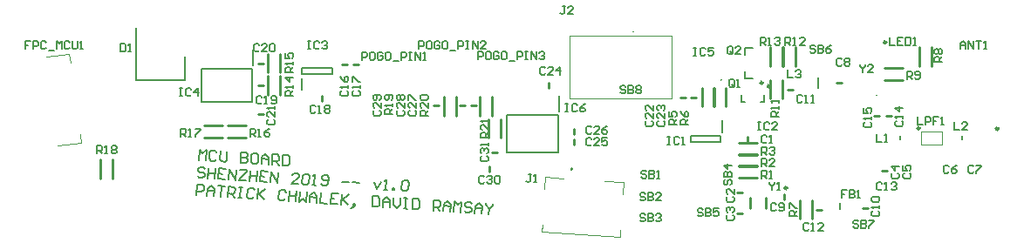
<source format=gto>
G04*
G04 #@! TF.GenerationSoftware,Altium Limited,Altium Designer,19.1.5 (86)*
G04*
G04 Layer_Color=65535*
%FSAX24Y24*%
%MOIN*%
G70*
G01*
G75*
%ADD10C,0.0039*%
%ADD11C,0.0118*%
%ADD12C,0.0098*%
%ADD13C,0.0079*%
%ADD14C,0.0100*%
%ADD15C,0.0080*%
%ADD16C,0.0060*%
D10*
X050172Y011324D02*
G03*
X050133Y011324I-000020J000000D01*
G01*
D02*
G03*
X050172Y011324I000020J000000D01*
G01*
X040862Y013739D02*
G03*
X040822Y013739I-000020J000000D01*
G01*
D02*
G03*
X040862Y013739I000020J000000D01*
G01*
X051850Y009450D02*
Y009942D01*
Y009450D02*
X052637D01*
X051850Y009950D02*
X052637D01*
X052650Y009458D02*
Y009950D01*
X037446Y007737D02*
X037475Y008189D01*
X038183Y008143D01*
X040431Y007541D02*
X040461Y007993D01*
X039754Y008040D02*
X040461Y007993D01*
X037339Y006107D02*
X037356Y006362D01*
X037339Y006107D02*
X040325Y005911D01*
X040341Y006166D01*
X019690Y009843D02*
X019734Y009511D01*
X018850Y009394D02*
X019734Y009511D01*
X019284Y012907D02*
X019328Y012575D01*
X018400Y012790D02*
X019284Y012907D01*
X042300Y011200D02*
Y013600D01*
X038400D02*
X042300D01*
X038400Y011200D02*
Y013600D01*
Y011200D02*
X042300D01*
D11*
X054787Y010045D02*
G03*
X054787Y010045I-000039J000000D01*
G01*
D12*
X050508Y013352D02*
G03*
X050508Y013352I-000049J000000D01*
G01*
X051787Y010064D02*
G03*
X051787Y010064I-000049J000000D01*
G01*
X046721Y007774D02*
G03*
X046721Y007774I-000049J000000D01*
G01*
X046059Y011674D02*
G03*
X046059Y011674I-000049J000000D01*
G01*
X045793Y011802D02*
G03*
X045793Y011802I-000049J000000D01*
G01*
D13*
X044211Y011914D02*
G03*
X044211Y011914I-000011J000000D01*
G01*
X038479Y008458D02*
G03*
X038485Y008537I000003J000039D01*
G01*
D02*
G03*
X038479Y008458I-000003J-000039D01*
G01*
X037994Y010716D02*
Y011297D01*
X036016Y010578D02*
X037984D01*
X036016Y009122D02*
Y010578D01*
Y009122D02*
X037984D01*
Y010578D01*
X047900Y011593D02*
Y012007D01*
X051050Y009641D02*
Y009759D01*
X053400Y009641D02*
Y009759D01*
X048750Y006982D02*
Y007218D01*
X044967Y011054D02*
X045105D01*
X044967D02*
Y011344D01*
X045695Y011054D02*
X045833D01*
Y011344D01*
X045094Y012865D02*
Y013125D01*
X045415D01*
X045094Y011975D02*
Y012235D01*
Y011975D02*
X045415D01*
X044176Y009532D02*
Y009768D01*
X043024Y009532D02*
X044176D01*
X043024D02*
Y009768D01*
X044176D01*
X044230Y009906D02*
Y010378D01*
X028159Y011531D02*
Y011984D01*
X028169Y012122D02*
X029331D01*
Y012378D01*
X028169D02*
X029331D01*
X028169Y012122D02*
Y012378D01*
X026265Y011070D02*
Y012330D01*
X024335Y011070D02*
X026265D01*
X024335D02*
Y012330D01*
X026265D01*
X026316Y012468D02*
Y013068D01*
X023703Y011907D02*
Y012813D01*
X021852Y011907D02*
X023703D01*
X021852D02*
Y013915D01*
D14*
X046064Y011196D02*
Y011904D01*
X046536Y011196D02*
Y011904D01*
X028950Y011100D02*
Y011300D01*
X051764Y012446D02*
Y013154D01*
X052236Y012446D02*
Y013154D01*
X050446Y011914D02*
X051154D01*
X050446Y012386D02*
X051154D01*
X050050Y010550D02*
X050250D01*
X050500D02*
X050700D01*
X050350Y008450D02*
X050550D01*
X049600Y007000D02*
X049800D01*
X047850Y006950D02*
X048050D01*
X047686Y006596D02*
Y007304D01*
X047214Y006596D02*
Y007304D01*
X045305Y007003D02*
Y007397D01*
X045895Y007003D02*
Y007397D01*
X046600Y007350D02*
Y007550D01*
X044800Y006800D02*
X045000D01*
X044800Y007600D02*
X045000D01*
X044876Y008636D02*
X045584D01*
X044876Y008164D02*
X045584D01*
X044876Y009065D02*
X045584D01*
X044876Y008593D02*
X045584D01*
X044876Y009494D02*
X045584D01*
X044876Y009021D02*
X045584D01*
X045200Y009550D02*
Y009750D01*
X046750Y011550D02*
X046950D01*
X047036Y012446D02*
Y013154D01*
X046564Y012446D02*
Y013154D01*
X046536Y012446D02*
Y013154D01*
X046064Y012446D02*
Y013154D01*
X043914Y010896D02*
Y011604D01*
X044386Y010896D02*
Y011604D01*
X043464Y010896D02*
Y011604D01*
X043936Y010896D02*
Y011604D01*
X043050Y011250D02*
X043250D01*
X042650D02*
X042850D01*
X038570Y009850D02*
Y010050D01*
X038570Y009450D02*
Y009650D01*
X035350Y008400D02*
Y008600D01*
X035450Y009150D02*
X035650D01*
X035314Y009696D02*
Y010404D01*
X035786Y009696D02*
Y010404D01*
X035436Y010546D02*
Y011254D01*
X034964Y010546D02*
Y011254D01*
X034650Y010926D02*
X034850D01*
X034200D02*
X034400D01*
X033614Y010546D02*
Y011254D01*
X034086Y010546D02*
Y011254D01*
X033200Y010950D02*
X033400D01*
X030150Y012500D02*
X030350D01*
X029700D02*
X029900D01*
X026864Y012196D02*
Y012904D01*
X027336Y012196D02*
Y012904D01*
X026500Y012550D02*
X026700D01*
X026500Y011700D02*
X026700D01*
X026500Y010600D02*
X026700D01*
X026864Y011346D02*
Y012054D01*
X027336Y011346D02*
Y012054D01*
X025346Y009714D02*
X026054D01*
X025346Y010186D02*
X026054D01*
X024446Y009714D02*
X025154D01*
X024446Y010186D02*
X025154D01*
X020464Y008146D02*
Y008854D01*
X020936Y008146D02*
Y008854D01*
X037600Y011600D02*
Y011800D01*
X048600Y011800D02*
X048800D01*
D15*
X024231Y008848D02*
X024257Y009248D01*
X024381Y009106D01*
X024523Y009230D01*
X024497Y008831D01*
X024918Y009138D02*
X024856Y009209D01*
X024723Y009217D01*
X024652Y009155D01*
X024634Y008889D01*
X024697Y008818D01*
X024830Y008809D01*
X024900Y008872D01*
X025055Y009196D02*
X025033Y008863D01*
X025096Y008792D01*
X025229Y008784D01*
X025299Y008846D01*
X025321Y009178D01*
X025853Y009144D02*
X025827Y008745D01*
X026027Y008732D01*
X026097Y008794D01*
X026102Y008860D01*
X026040Y008931D01*
X025840Y008944D01*
X026040Y008931D01*
X026110Y008993D01*
X026115Y009060D01*
X026053Y009131D01*
X025853Y009144D01*
X026452Y009105D02*
X026319Y009113D01*
X026248Y009051D01*
X026230Y008785D01*
X026293Y008714D01*
X026426Y008706D01*
X026497Y008768D01*
X026514Y009034D01*
X026452Y009105D01*
X026625Y008693D02*
X026643Y008959D01*
X026784Y009083D01*
X026909Y008941D01*
X026891Y008675D01*
X026904Y008875D01*
X026638Y008892D01*
X027024Y008667D02*
X027050Y009066D01*
X027250Y009053D01*
X027312Y008982D01*
X027303Y008849D01*
X027232Y008787D01*
X027033Y008800D01*
X027166Y008791D02*
X027290Y008649D01*
X027449Y009040D02*
X027423Y008641D01*
X027623Y008628D01*
X027694Y008690D01*
X027711Y008956D01*
X027649Y009027D01*
X027449Y009040D01*
X024475Y008493D02*
X024413Y008564D01*
X024280Y008573D01*
X024209Y008511D01*
X024205Y008444D01*
X024267Y008373D01*
X024400Y008365D01*
X024462Y008294D01*
X024458Y008227D01*
X024387Y008165D01*
X024254Y008174D01*
X024192Y008245D01*
X024612Y008551D02*
X024586Y008152D01*
X024599Y008352D01*
X024865Y008334D01*
X024878Y008534D01*
X024852Y008135D01*
X025277Y008508D02*
X025011Y008525D01*
X024985Y008126D01*
X025251Y008109D01*
X024998Y008326D02*
X025131Y008317D01*
X025384Y008100D02*
X025410Y008499D01*
X025650Y008083D01*
X025676Y008482D01*
X025809Y008473D02*
X026075Y008456D01*
X026071Y008389D01*
X025788Y008141D01*
X025783Y008074D01*
X026049Y008057D01*
X026208Y008447D02*
X026182Y008048D01*
X026195Y008248D01*
X026462Y008230D01*
X026474Y008430D01*
X026449Y008031D01*
X026874Y008404D02*
X026607Y008421D01*
X026582Y008022D01*
X026848Y008005D01*
X026595Y008222D02*
X026728Y008213D01*
X026981Y007996D02*
X027007Y008395D01*
X027247Y007979D01*
X027273Y008378D01*
X028045Y007927D02*
X027779Y007944D01*
X028062Y008193D01*
X028066Y008259D01*
X028004Y008330D01*
X027871Y008339D01*
X027800Y008277D01*
X028199Y008251D02*
X028270Y008313D01*
X028403Y008304D01*
X028465Y008233D01*
X028448Y007967D01*
X028377Y007905D01*
X028244Y007914D01*
X028182Y007985D01*
X028199Y008251D01*
X028577Y007892D02*
X028710Y007884D01*
X028643Y007888D01*
X028669Y008287D01*
X028598Y008225D01*
X028913Y007937D02*
X028976Y007866D01*
X029109Y007858D01*
X029180Y007920D01*
X029197Y008186D01*
X029135Y008257D01*
X029002Y008265D01*
X028931Y008203D01*
X028926Y008137D01*
X028989Y008066D01*
X029188Y008053D01*
X029720Y008018D02*
X029986Y008001D01*
X030119Y007992D02*
X030385Y007975D01*
X030922Y008007D02*
X031037Y007732D01*
X031188Y007989D01*
X031303Y007715D02*
X031436Y007706D01*
X031370Y007710D01*
X031396Y008109D01*
X031325Y008047D01*
X031636Y007693D02*
X031640Y007759D01*
X031707Y007755D01*
X031702Y007689D01*
X031636Y007693D01*
X031990Y008004D02*
X032061Y008066D01*
X032194Y008057D01*
X032256Y007986D01*
X032239Y007720D01*
X032168Y007658D01*
X032035Y007667D01*
X031973Y007738D01*
X031990Y008004D01*
X024144Y007508D02*
X024170Y007907D01*
X024369Y007894D01*
X024431Y007823D01*
X024423Y007690D01*
X024352Y007628D01*
X024152Y007641D01*
X024543Y007482D02*
X024560Y007748D01*
X024702Y007872D01*
X024826Y007730D01*
X024809Y007464D01*
X024822Y007664D01*
X024556Y007681D01*
X024968Y007855D02*
X025234Y007837D01*
X025101Y007846D01*
X025075Y007447D01*
X025341Y007430D02*
X025367Y007829D01*
X025566Y007816D01*
X025628Y007745D01*
X025620Y007612D01*
X025549Y007550D01*
X025349Y007563D01*
X025482Y007554D02*
X025607Y007412D01*
X025766Y007803D02*
X025899Y007794D01*
X025832Y007798D01*
X025806Y007399D01*
X025740Y007404D01*
X025873Y007395D01*
X026360Y007697D02*
X026298Y007768D01*
X026165Y007777D01*
X026094Y007715D01*
X026077Y007449D01*
X026139Y007378D01*
X026272Y007369D01*
X026343Y007431D01*
X026497Y007755D02*
X026471Y007356D01*
X026480Y007489D01*
X026763Y007738D01*
X026551Y007551D01*
X026737Y007339D01*
X027557Y007619D02*
X027495Y007690D01*
X027362Y007699D01*
X027291Y007637D01*
X027274Y007371D01*
X027336Y007300D01*
X027469Y007291D01*
X027540Y007353D01*
X027694Y007677D02*
X027668Y007278D01*
X027681Y007478D01*
X027947Y007460D01*
X027960Y007660D01*
X027934Y007261D01*
X028093Y007651D02*
X028067Y007252D01*
X028209Y007376D01*
X028333Y007235D01*
X028359Y007634D01*
X028466Y007226D02*
X028484Y007492D01*
X028625Y007616D01*
X028750Y007475D01*
X028732Y007209D01*
X028745Y007408D01*
X028479Y007426D01*
X028891Y007599D02*
X028865Y007200D01*
X029132Y007183D01*
X029557Y007556D02*
X029291Y007573D01*
X029265Y007174D01*
X029531Y007157D01*
X029278Y007374D02*
X029411Y007365D01*
X029690Y007547D02*
X029664Y007148D01*
X029672Y007281D01*
X029956Y007530D01*
X029743Y007343D01*
X029930Y007131D01*
X030125Y007051D02*
X030196Y007113D01*
X030200Y007180D01*
X030133Y007184D01*
X030129Y007118D01*
X030196Y007113D01*
X030125Y007051D01*
X030054Y006989D01*
X030887Y007469D02*
X030861Y007070D01*
X031060Y007057D01*
X031131Y007119D01*
X031148Y007385D01*
X031086Y007456D01*
X030887Y007469D01*
X031260Y007044D02*
X031277Y007310D01*
X031419Y007435D01*
X031543Y007293D01*
X031526Y007027D01*
X031539Y007226D01*
X031273Y007244D01*
X031685Y007417D02*
X031667Y007151D01*
X031792Y007009D01*
X031933Y007134D01*
X031951Y007400D01*
X032084Y007391D02*
X032217Y007383D01*
X032150Y007387D01*
X032124Y006988D01*
X032058Y006992D01*
X032191Y006984D01*
X032416Y007370D02*
X032390Y006971D01*
X032590Y006958D01*
X032661Y007020D01*
X032678Y007286D01*
X032616Y007357D01*
X032416Y007370D01*
X033188Y006919D02*
X033214Y007318D01*
X033414Y007305D01*
X033476Y007234D01*
X033467Y007101D01*
X033396Y007039D01*
X033197Y007052D01*
X033330Y007043D02*
X033454Y006901D01*
X033587Y006893D02*
X033605Y007159D01*
X033746Y007283D01*
X033871Y007141D01*
X033853Y006875D01*
X033866Y007075D01*
X033600Y007092D01*
X033986Y006867D02*
X034012Y007266D01*
X034137Y007124D01*
X034278Y007248D01*
X034252Y006849D01*
X034673Y007156D02*
X034611Y007227D01*
X034478Y007235D01*
X034407Y007173D01*
X034403Y007107D01*
X034465Y007036D01*
X034598Y007027D01*
X034660Y006956D01*
X034656Y006890D01*
X034585Y006828D01*
X034452Y006836D01*
X034390Y006907D01*
X034784Y006815D02*
X034802Y007081D01*
X034943Y007205D01*
X035068Y007063D01*
X035050Y006797D01*
X035063Y006997D01*
X034797Y007014D01*
X035209Y007188D02*
X035205Y007121D01*
X035329Y006979D01*
X035471Y007104D01*
X035475Y007170D01*
X035329Y006979D02*
X035316Y006780D01*
D16*
X044700Y011700D02*
Y011900D01*
X044650Y011950D01*
X044550D01*
X044500Y011900D01*
Y011700D01*
X044550Y011650D01*
X044650D01*
X044600Y011750D02*
X044700Y011650D01*
X044650D02*
X044700Y011700D01*
X044800Y011650D02*
X044900D01*
X044850D01*
Y011950D01*
X044800Y011900D01*
X036950Y008300D02*
X036850D01*
X036900D01*
Y008050D01*
X036850Y008000D01*
X036800D01*
X036750Y008050D01*
X037050Y008000D02*
X037150D01*
X037100D01*
Y008300D01*
X037050Y008250D01*
X020350Y009100D02*
Y009400D01*
X020500D01*
X020550Y009350D01*
Y009250D01*
X020500Y009200D01*
X020350D01*
X020450D02*
X020550Y009100D01*
X020650D02*
X020750D01*
X020700D01*
Y009400D01*
X020650Y009350D01*
X020900D02*
X020950Y009400D01*
X021050D01*
X021100Y009350D01*
Y009300D01*
X021050Y009250D01*
X021100Y009200D01*
Y009150D01*
X021050Y009100D01*
X020950D01*
X020900Y009150D01*
Y009200D01*
X020950Y009250D01*
X020900Y009300D01*
Y009350D01*
X020950Y009250D02*
X021050D01*
X051300Y011950D02*
Y012250D01*
X051450D01*
X051500Y012200D01*
Y012100D01*
X051450Y012050D01*
X051300D01*
X051400D02*
X051500Y011950D01*
X051600Y012000D02*
X051650Y011950D01*
X051750D01*
X051800Y012000D01*
Y012200D01*
X051750Y012250D01*
X051650D01*
X051600Y012200D01*
Y012150D01*
X051650Y012100D01*
X051800D01*
X052650Y012600D02*
X052350D01*
Y012750D01*
X052400Y012800D01*
X052500D01*
X052550Y012750D01*
Y012600D01*
Y012700D02*
X052650Y012800D01*
X052400Y012900D02*
X052350Y012950D01*
Y013050D01*
X052400Y013100D01*
X052450D01*
X052500Y013050D01*
X052550Y013100D01*
X052600D01*
X052650Y013050D01*
Y012950D01*
X052600Y012900D01*
X052550D01*
X052500Y012950D01*
X052450Y012900D01*
X052400D01*
X052500Y012950D02*
Y013050D01*
X034900Y012700D02*
Y013000D01*
X035050D01*
X035100Y012950D01*
Y012850D01*
X035050Y012800D01*
X034900D01*
X035350Y013000D02*
X035250D01*
X035200Y012950D01*
Y012750D01*
X035250Y012700D01*
X035350D01*
X035400Y012750D01*
Y012950D01*
X035350Y013000D01*
X035700Y012950D02*
X035650Y013000D01*
X035550D01*
X035500Y012950D01*
Y012750D01*
X035550Y012700D01*
X035650D01*
X035700Y012750D01*
Y012850D01*
X035600D01*
X035950Y013000D02*
X035850D01*
X035800Y012950D01*
Y012750D01*
X035850Y012700D01*
X035950D01*
X036000Y012750D01*
Y012950D01*
X035950Y013000D01*
X036100Y012650D02*
X036300D01*
X036400Y012700D02*
Y013000D01*
X036549D01*
X036599Y012950D01*
Y012850D01*
X036549Y012800D01*
X036400D01*
X036699Y013000D02*
X036799D01*
X036749D01*
Y012700D01*
X036699D01*
X036799D01*
X036949D02*
Y013000D01*
X037149Y012700D01*
Y013000D01*
X037249Y012950D02*
X037299Y013000D01*
X037399D01*
X037449Y012950D01*
Y012900D01*
X037399Y012850D01*
X037349D01*
X037399D01*
X037449Y012800D01*
Y012750D01*
X037399Y012700D01*
X037299D01*
X037249Y012750D01*
X032650Y013100D02*
Y013400D01*
X032800D01*
X032850Y013350D01*
Y013250D01*
X032800Y013200D01*
X032650D01*
X033100Y013400D02*
X033000D01*
X032950Y013350D01*
Y013150D01*
X033000Y013100D01*
X033100D01*
X033150Y013150D01*
Y013350D01*
X033100Y013400D01*
X033450Y013350D02*
X033400Y013400D01*
X033300D01*
X033250Y013350D01*
Y013150D01*
X033300Y013100D01*
X033400D01*
X033450Y013150D01*
Y013250D01*
X033350D01*
X033700Y013400D02*
X033600D01*
X033550Y013350D01*
Y013150D01*
X033600Y013100D01*
X033700D01*
X033750Y013150D01*
Y013350D01*
X033700Y013400D01*
X033850Y013050D02*
X034050D01*
X034150Y013100D02*
Y013400D01*
X034299D01*
X034349Y013350D01*
Y013250D01*
X034299Y013200D01*
X034150D01*
X034449Y013400D02*
X034549D01*
X034499D01*
Y013100D01*
X034449D01*
X034549D01*
X034699D02*
Y013400D01*
X034899Y013100D01*
Y013400D01*
X035199Y013100D02*
X034999D01*
X035199Y013300D01*
Y013350D01*
X035149Y013400D01*
X035049D01*
X034999Y013350D01*
X030458Y012680D02*
Y012980D01*
X030608D01*
X030658Y012930D01*
Y012830D01*
X030608Y012780D01*
X030458D01*
X030908Y012980D02*
X030808D01*
X030758Y012930D01*
Y012730D01*
X030808Y012680D01*
X030908D01*
X030958Y012730D01*
Y012930D01*
X030908Y012980D01*
X031258Y012930D02*
X031208Y012980D01*
X031108D01*
X031058Y012930D01*
Y012730D01*
X031108Y012680D01*
X031208D01*
X031258Y012730D01*
Y012830D01*
X031158D01*
X031508Y012980D02*
X031408D01*
X031358Y012930D01*
Y012730D01*
X031408Y012680D01*
X031508D01*
X031558Y012730D01*
Y012930D01*
X031508Y012980D01*
X031658Y012630D02*
X031858D01*
X031958Y012680D02*
Y012980D01*
X032108D01*
X032158Y012930D01*
Y012830D01*
X032108Y012780D01*
X031958D01*
X032258Y012980D02*
X032358D01*
X032308D01*
Y012680D01*
X032258D01*
X032358D01*
X032508D02*
Y012980D01*
X032708Y012680D01*
Y012980D01*
X032808Y012680D02*
X032907D01*
X032857D01*
Y012980D01*
X032808Y012930D01*
X050650Y013550D02*
Y013250D01*
X050850D01*
X051150Y013550D02*
X050950D01*
Y013250D01*
X051150D01*
X050950Y013400D02*
X051050D01*
X051250Y013550D02*
Y013250D01*
X051400D01*
X051450Y013300D01*
Y013500D01*
X051400Y013550D01*
X051250D01*
X051550Y013250D02*
X051650D01*
X051600D01*
Y013550D01*
X051550Y013500D01*
X017800Y013400D02*
X017600D01*
Y013250D01*
X017700D01*
X017600D01*
Y013100D01*
X017900D02*
Y013400D01*
X018050D01*
X018100Y013350D01*
Y013250D01*
X018050Y013200D01*
X017900D01*
X018400Y013350D02*
X018350Y013400D01*
X018250D01*
X018200Y013350D01*
Y013150D01*
X018250Y013100D01*
X018350D01*
X018400Y013150D01*
X018500Y013050D02*
X018700D01*
X018800Y013100D02*
Y013400D01*
X018900Y013300D01*
X019000Y013400D01*
Y013100D01*
X019299Y013350D02*
X019249Y013400D01*
X019150D01*
X019100Y013350D01*
Y013150D01*
X019150Y013100D01*
X019249D01*
X019299Y013150D01*
X019399Y013400D02*
Y013150D01*
X019449Y013100D01*
X019549D01*
X019599Y013150D01*
Y013400D01*
X019699Y013100D02*
X019799D01*
X019749D01*
Y013400D01*
X019699Y013350D01*
X049500Y012500D02*
Y012450D01*
X049600Y012350D01*
X049700Y012450D01*
Y012500D01*
X049600Y012350D02*
Y012200D01*
X050000D02*
X049800D01*
X050000Y012400D01*
Y012450D01*
X049950Y012500D01*
X049850D01*
X049800Y012450D01*
X046050Y008000D02*
Y007950D01*
X046150Y007850D01*
X046250Y007950D01*
Y008000D01*
X046150Y007850D02*
Y007700D01*
X046350D02*
X046450D01*
X046400D01*
Y008000D01*
X046350Y007950D01*
X043500Y006950D02*
X043450Y007000D01*
X043350D01*
X043300Y006950D01*
Y006900D01*
X043350Y006850D01*
X043450D01*
X043500Y006800D01*
Y006750D01*
X043450Y006700D01*
X043350D01*
X043300Y006750D01*
X043600Y007000D02*
Y006700D01*
X043750D01*
X043800Y006750D01*
Y006800D01*
X043750Y006850D01*
X043600D01*
X043750D01*
X043800Y006900D01*
Y006950D01*
X043750Y007000D01*
X043600D01*
X044100D02*
X043900D01*
Y006850D01*
X044000Y006900D01*
X044050D01*
X044100Y006850D01*
Y006750D01*
X044050Y006700D01*
X043950D01*
X043900Y006750D01*
X044350Y008100D02*
X044300Y008050D01*
Y007950D01*
X044350Y007900D01*
X044400D01*
X044450Y007950D01*
Y008050D01*
X044500Y008100D01*
X044550D01*
X044600Y008050D01*
Y007950D01*
X044550Y007900D01*
X044300Y008200D02*
X044600D01*
Y008350D01*
X044550Y008400D01*
X044500D01*
X044450Y008350D01*
Y008200D01*
Y008350D01*
X044400Y008400D01*
X044350D01*
X044300Y008350D01*
Y008200D01*
X044600Y008650D02*
X044300D01*
X044450Y008500D01*
Y008700D01*
X041300Y006750D02*
X041250Y006800D01*
X041150D01*
X041100Y006750D01*
Y006700D01*
X041150Y006650D01*
X041250D01*
X041300Y006600D01*
Y006550D01*
X041250Y006500D01*
X041150D01*
X041100Y006550D01*
X041400Y006800D02*
Y006500D01*
X041550D01*
X041600Y006550D01*
Y006600D01*
X041550Y006650D01*
X041400D01*
X041550D01*
X041600Y006700D01*
Y006750D01*
X041550Y006800D01*
X041400D01*
X041700Y006750D02*
X041750Y006800D01*
X041850D01*
X041900Y006750D01*
Y006700D01*
X041850Y006650D01*
X041800D01*
X041850D01*
X041900Y006600D01*
Y006550D01*
X041850Y006500D01*
X041750D01*
X041700Y006550D01*
X041300Y007550D02*
X041250Y007600D01*
X041150D01*
X041100Y007550D01*
Y007500D01*
X041150Y007450D01*
X041250D01*
X041300Y007400D01*
Y007350D01*
X041250Y007300D01*
X041150D01*
X041100Y007350D01*
X041400Y007600D02*
Y007300D01*
X041550D01*
X041600Y007350D01*
Y007400D01*
X041550Y007450D01*
X041400D01*
X041550D01*
X041600Y007500D01*
Y007550D01*
X041550Y007600D01*
X041400D01*
X041900Y007300D02*
X041700D01*
X041900Y007500D01*
Y007550D01*
X041850Y007600D01*
X041750D01*
X041700Y007550D01*
X041350Y008400D02*
X041300Y008450D01*
X041200D01*
X041150Y008400D01*
Y008350D01*
X041200Y008300D01*
X041300D01*
X041350Y008250D01*
Y008200D01*
X041300Y008150D01*
X041200D01*
X041150Y008200D01*
X041450Y008450D02*
Y008150D01*
X041600D01*
X041650Y008200D01*
Y008250D01*
X041600Y008300D01*
X041450D01*
X041600D01*
X041650Y008350D01*
Y008400D01*
X041600Y008450D01*
X041450D01*
X041750Y008150D02*
X041850D01*
X041800D01*
Y008450D01*
X041750Y008400D01*
X040550Y011650D02*
X040500Y011700D01*
X040400D01*
X040350Y011650D01*
Y011600D01*
X040400Y011550D01*
X040500D01*
X040550Y011500D01*
Y011450D01*
X040500Y011400D01*
X040400D01*
X040350Y011450D01*
X040650Y011700D02*
Y011400D01*
X040800D01*
X040850Y011450D01*
Y011500D01*
X040800Y011550D01*
X040650D01*
X040800D01*
X040850Y011600D01*
Y011650D01*
X040800Y011700D01*
X040650D01*
X040950Y011650D02*
X041000Y011700D01*
X041100D01*
X041150Y011650D01*
Y011600D01*
X041100Y011550D01*
X041150Y011500D01*
Y011450D01*
X041100Y011400D01*
X041000D01*
X040950Y011450D01*
Y011500D01*
X041000Y011550D01*
X040950Y011600D01*
Y011650D01*
X041000Y011550D02*
X041100D01*
X049450Y006500D02*
X049400Y006550D01*
X049300D01*
X049250Y006500D01*
Y006450D01*
X049300Y006400D01*
X049400D01*
X049450Y006350D01*
Y006300D01*
X049400Y006250D01*
X049300D01*
X049250Y006300D01*
X049550Y006550D02*
Y006250D01*
X049700D01*
X049750Y006300D01*
Y006350D01*
X049700Y006400D01*
X049550D01*
X049700D01*
X049750Y006450D01*
Y006500D01*
X049700Y006550D01*
X049550D01*
X049850D02*
X050050D01*
Y006500D01*
X049850Y006300D01*
Y006250D01*
X047800Y013200D02*
X047750Y013250D01*
X047650D01*
X047600Y013200D01*
Y013150D01*
X047650Y013100D01*
X047750D01*
X047800Y013050D01*
Y013000D01*
X047750Y012950D01*
X047650D01*
X047600Y013000D01*
X047900Y013250D02*
Y012950D01*
X048050D01*
X048100Y013000D01*
Y013050D01*
X048050Y013100D01*
X047900D01*
X048050D01*
X048100Y013150D01*
Y013200D01*
X048050Y013250D01*
X047900D01*
X048400D02*
X048300Y013200D01*
X048200Y013100D01*
Y013000D01*
X048250Y012950D01*
X048350D01*
X048400Y013000D01*
Y013050D01*
X048350Y013100D01*
X048200D01*
X045750Y009050D02*
Y009350D01*
X045900D01*
X045950Y009300D01*
Y009200D01*
X045900Y009150D01*
X045750D01*
X045850D02*
X045950Y009050D01*
X046050Y009300D02*
X046100Y009350D01*
X046200D01*
X046250Y009300D01*
Y009250D01*
X046200Y009200D01*
X046150D01*
X046200D01*
X046250Y009150D01*
Y009100D01*
X046200Y009050D01*
X046100D01*
X046050Y009100D01*
X045750Y008600D02*
Y008900D01*
X045900D01*
X045950Y008850D01*
Y008750D01*
X045900Y008700D01*
X045750D01*
X045850D02*
X045950Y008600D01*
X046250D02*
X046050D01*
X046250Y008800D01*
Y008850D01*
X046200Y008900D01*
X046100D01*
X046050Y008850D01*
X045750Y008150D02*
Y008450D01*
X045900D01*
X045950Y008400D01*
Y008300D01*
X045900Y008250D01*
X045750D01*
X045850D02*
X045950Y008150D01*
X046050D02*
X046150D01*
X046100D01*
Y008450D01*
X046050Y008400D01*
X047100Y006700D02*
X046800D01*
Y006850D01*
X046850Y006900D01*
X046950D01*
X047000Y006850D01*
Y006700D01*
Y006800D02*
X047100Y006900D01*
X046800Y007000D02*
Y007200D01*
X046850D01*
X047050Y007000D01*
X047100D01*
X033000Y010550D02*
X032700D01*
Y010700D01*
X032750Y010750D01*
X032850D01*
X032900Y010700D01*
Y010550D01*
Y010650D02*
X033000Y010750D01*
Y011050D02*
Y010850D01*
X032800Y011050D01*
X032750D01*
X032700Y011000D01*
Y010900D01*
X032750Y010850D01*
Y011150D02*
X032700Y011200D01*
Y011300D01*
X032750Y011350D01*
X032950D01*
X033000Y011300D01*
Y011200D01*
X032950Y011150D01*
X032750D01*
X031650Y010600D02*
X031350D01*
Y010750D01*
X031400Y010800D01*
X031500D01*
X031550Y010750D01*
Y010600D01*
Y010700D02*
X031650Y010800D01*
Y010900D02*
Y011000D01*
Y010950D01*
X031350D01*
X031400Y010900D01*
X031600Y011150D02*
X031650Y011200D01*
Y011300D01*
X031600Y011350D01*
X031400D01*
X031350Y011300D01*
Y011200D01*
X031400Y011150D01*
X031450D01*
X031500Y011200D01*
Y011350D01*
X035314Y009696D02*
X035014D01*
Y009846D01*
X035064Y009896D01*
X035164D01*
X035214Y009846D01*
Y009696D01*
Y009796D02*
X035314Y009896D01*
Y010196D02*
Y009996D01*
X035114Y010196D01*
X035064D01*
X035014Y010146D01*
Y010046D01*
X035064Y009996D01*
X035314Y010295D02*
Y010395D01*
Y010345D01*
X035014D01*
X035064Y010295D01*
X026200Y009750D02*
Y010050D01*
X026350D01*
X026400Y010000D01*
Y009900D01*
X026350Y009850D01*
X026200D01*
X026300D02*
X026400Y009750D01*
X026500D02*
X026600D01*
X026550D01*
Y010050D01*
X026500Y010000D01*
X026950Y010050D02*
X026850Y010000D01*
X026750Y009900D01*
Y009800D01*
X026800Y009750D01*
X026900D01*
X026950Y009800D01*
Y009850D01*
X026900Y009900D01*
X026750D01*
X023550Y009750D02*
Y010050D01*
X023700D01*
X023750Y010000D01*
Y009900D01*
X023700Y009850D01*
X023550D01*
X023650D02*
X023750Y009750D01*
X023850D02*
X023950D01*
X023900D01*
Y010050D01*
X023850Y010000D01*
X024100Y010050D02*
X024300D01*
Y010000D01*
X024100Y009800D01*
Y009750D01*
X027850Y012200D02*
X027550D01*
Y012350D01*
X027600Y012400D01*
X027700D01*
X027750Y012350D01*
Y012200D01*
Y012300D02*
X027850Y012400D01*
Y012500D02*
Y012600D01*
Y012550D01*
X027550D01*
X027600Y012500D01*
X027550Y012950D02*
Y012750D01*
X027700D01*
X027650Y012850D01*
Y012900D01*
X027700Y012950D01*
X027800D01*
X027850Y012900D01*
Y012800D01*
X027800Y012750D01*
X027850Y011300D02*
X027550D01*
Y011450D01*
X027600Y011500D01*
X027700D01*
X027750Y011450D01*
Y011300D01*
Y011400D02*
X027850Y011500D01*
Y011600D02*
Y011700D01*
Y011650D01*
X027550D01*
X027600Y011600D01*
X027850Y012000D02*
X027550D01*
X027700Y011850D01*
Y012050D01*
X045700Y013250D02*
Y013550D01*
X045850D01*
X045900Y013500D01*
Y013400D01*
X045850Y013350D01*
X045700D01*
X045800D02*
X045900Y013250D01*
X046000D02*
X046100D01*
X046050D01*
Y013550D01*
X046000Y013500D01*
X046250D02*
X046300Y013550D01*
X046400D01*
X046450Y013500D01*
Y013450D01*
X046400Y013400D01*
X046350D01*
X046400D01*
X046450Y013350D01*
Y013300D01*
X046400Y013250D01*
X046300D01*
X046250Y013300D01*
X046650Y013250D02*
Y013550D01*
X046800D01*
X046850Y013500D01*
Y013400D01*
X046800Y013350D01*
X046650D01*
X046750D02*
X046850Y013250D01*
X046950D02*
X047050D01*
X047000D01*
Y013550D01*
X046950Y013500D01*
X047400Y013250D02*
X047200D01*
X047400Y013450D01*
Y013500D01*
X047350Y013550D01*
X047250D01*
X047200Y013500D01*
X046400Y010500D02*
X046100D01*
Y010650D01*
X046150Y010700D01*
X046250D01*
X046300Y010650D01*
Y010500D01*
Y010600D02*
X046400Y010700D01*
Y010800D02*
Y010900D01*
Y010850D01*
X046100D01*
X046150Y010800D01*
X046400Y011050D02*
Y011150D01*
Y011100D01*
X046100D01*
X046150Y011050D01*
X042950Y010200D02*
X042650D01*
Y010350D01*
X042700Y010400D01*
X042800D01*
X042850Y010350D01*
Y010200D01*
Y010300D02*
X042950Y010400D01*
X042650Y010700D02*
X042700Y010600D01*
X042800Y010500D01*
X042900D01*
X042950Y010550D01*
Y010650D01*
X042900Y010700D01*
X042850D01*
X042800Y010650D01*
Y010500D01*
X042500Y010200D02*
X042200D01*
Y010350D01*
X042250Y010400D01*
X042350D01*
X042400Y010350D01*
Y010200D01*
Y010300D02*
X042500Y010400D01*
X042200Y010700D02*
Y010500D01*
X042350D01*
X042300Y010600D01*
Y010650D01*
X042350Y010700D01*
X042450D01*
X042500Y010650D01*
Y010550D01*
X042450Y010500D01*
X044650Y012950D02*
Y013150D01*
X044600Y013200D01*
X044500D01*
X044450Y013150D01*
Y012950D01*
X044500Y012900D01*
X044600D01*
X044550Y013000D02*
X044650Y012900D01*
X044600D02*
X044650Y012950D01*
X044950Y012900D02*
X044750D01*
X044950Y013100D01*
Y013150D01*
X044900Y013200D01*
X044800D01*
X044750Y013150D01*
X051700Y010500D02*
Y010200D01*
X051900D01*
X052000D02*
Y010500D01*
X052150D01*
X052200Y010450D01*
Y010350D01*
X052150Y010300D01*
X052000D01*
X052500Y010500D02*
X052300D01*
Y010350D01*
X052400D01*
X052300D01*
Y010200D01*
X052600D02*
X052700D01*
X052650D01*
Y010500D01*
X052600Y010450D01*
X053100Y010300D02*
Y010000D01*
X053300D01*
X053600D02*
X053400D01*
X053600Y010200D01*
Y010250D01*
X053550Y010300D01*
X053450D01*
X053400Y010250D01*
X046750Y012300D02*
Y012000D01*
X046950D01*
X047050Y012250D02*
X047100Y012300D01*
X047200D01*
X047250Y012250D01*
Y012200D01*
X047200Y012150D01*
X047150D01*
X047200D01*
X047250Y012100D01*
Y012050D01*
X047200Y012000D01*
X047100D01*
X047050Y012050D01*
X050150Y009850D02*
Y009550D01*
X050350D01*
X050450D02*
X050550D01*
X050500D01*
Y009850D01*
X050450Y009800D01*
X038250Y014730D02*
X038150D01*
X038200D01*
Y014480D01*
X038150Y014430D01*
X038100D01*
X038050Y014480D01*
X038550Y014430D02*
X038350D01*
X038550Y014630D01*
Y014680D01*
X038500Y014730D01*
X038400D01*
X038350Y014680D01*
X042150Y009750D02*
X042250D01*
X042200D01*
Y009450D01*
X042150D01*
X042250D01*
X042600Y009700D02*
X042550Y009750D01*
X042450D01*
X042400Y009700D01*
Y009500D01*
X042450Y009450D01*
X042550D01*
X042600Y009500D01*
X042700Y009450D02*
X042800D01*
X042750D01*
Y009750D01*
X042700Y009700D01*
X038250Y011000D02*
X038350D01*
X038300D01*
Y010700D01*
X038250D01*
X038350D01*
X038700Y010950D02*
X038650Y011000D01*
X038550D01*
X038500Y010950D01*
Y010750D01*
X038550Y010700D01*
X038650D01*
X038700Y010750D01*
X039000Y011000D02*
X038900Y010950D01*
X038800Y010850D01*
Y010750D01*
X038850Y010700D01*
X038950D01*
X039000Y010750D01*
Y010800D01*
X038950Y010850D01*
X038800D01*
X023500Y011600D02*
X023600D01*
X023550D01*
Y011300D01*
X023500D01*
X023600D01*
X023950Y011550D02*
X023900Y011600D01*
X023800D01*
X023750Y011550D01*
Y011350D01*
X023800Y011300D01*
X023900D01*
X023950Y011350D01*
X024200Y011300D02*
Y011600D01*
X024050Y011450D01*
X024250D01*
X043150Y013150D02*
X043250D01*
X043200D01*
Y012850D01*
X043150D01*
X043250D01*
X043600Y013100D02*
X043550Y013150D01*
X043450D01*
X043400Y013100D01*
Y012900D01*
X043450Y012850D01*
X043550D01*
X043600Y012900D01*
X043900Y013150D02*
X043700D01*
Y013000D01*
X043800Y013050D01*
X043850D01*
X043900Y013000D01*
Y012900D01*
X043850Y012850D01*
X043750D01*
X043700Y012900D01*
X028400Y013400D02*
X028500D01*
X028450D01*
Y013100D01*
X028400D01*
X028500D01*
X028850Y013350D02*
X028800Y013400D01*
X028700D01*
X028650Y013350D01*
Y013150D01*
X028700Y013100D01*
X028800D01*
X028850Y013150D01*
X028950Y013350D02*
X029000Y013400D01*
X029100D01*
X029150Y013350D01*
Y013300D01*
X029100Y013250D01*
X029050D01*
X029100D01*
X029150Y013200D01*
Y013150D01*
X029100Y013100D01*
X029000D01*
X028950Y013150D01*
X045600Y010300D02*
X045700D01*
X045650D01*
Y010000D01*
X045600D01*
X045700D01*
X046050Y010250D02*
X046000Y010300D01*
X045900D01*
X045850Y010250D01*
Y010050D01*
X045900Y010000D01*
X046000D01*
X046050Y010050D01*
X046350Y010000D02*
X046150D01*
X046350Y010200D01*
Y010250D01*
X046300Y010300D01*
X046200D01*
X046150Y010250D01*
X049000Y007700D02*
X048800D01*
Y007550D01*
X048900D01*
X048800D01*
Y007400D01*
X049100Y007700D02*
Y007400D01*
X049250D01*
X049300Y007450D01*
Y007500D01*
X049250Y007550D01*
X049100D01*
X049250D01*
X049300Y007600D01*
Y007650D01*
X049250Y007700D01*
X049100D01*
X049400Y007400D02*
X049500D01*
X049450D01*
Y007700D01*
X049400Y007650D01*
X021250Y013300D02*
Y013000D01*
X021400D01*
X021450Y013050D01*
Y013250D01*
X021400Y013300D01*
X021250D01*
X021550Y013000D02*
X021650D01*
X021600D01*
Y013300D01*
X021550Y013250D01*
X045950Y009750D02*
X045900Y009800D01*
X045800D01*
X045750Y009750D01*
Y009550D01*
X045800Y009500D01*
X045900D01*
X045950Y009550D01*
X046050Y009500D02*
X046150D01*
X046100D01*
Y009800D01*
X046050Y009750D01*
X031850Y010750D02*
X031800Y010700D01*
Y010600D01*
X031850Y010550D01*
X032050D01*
X032100Y010600D01*
Y010700D01*
X032050Y010750D01*
X032100Y011050D02*
Y010850D01*
X031900Y011050D01*
X031850D01*
X031800Y011000D01*
Y010900D01*
X031850Y010850D01*
Y011150D02*
X031800Y011200D01*
Y011300D01*
X031850Y011350D01*
X031900D01*
X031950Y011300D01*
X032000Y011350D01*
X032050D01*
X032100Y011300D01*
Y011200D01*
X032050Y011150D01*
X032000D01*
X031950Y011200D01*
X031900Y011150D01*
X031850D01*
X031950Y011200D02*
Y011300D01*
X032300Y010750D02*
X032250Y010700D01*
Y010600D01*
X032300Y010550D01*
X032500D01*
X032550Y010600D01*
Y010700D01*
X032500Y010750D01*
X032550Y011050D02*
Y010850D01*
X032350Y011050D01*
X032300D01*
X032250Y011000D01*
Y010900D01*
X032300Y010850D01*
X032250Y011150D02*
Y011350D01*
X032300D01*
X032500Y011150D01*
X032550D01*
X039250Y010100D02*
X039200Y010150D01*
X039100D01*
X039050Y010100D01*
Y009900D01*
X039100Y009850D01*
X039200D01*
X039250Y009900D01*
X039550Y009850D02*
X039350D01*
X039550Y010050D01*
Y010100D01*
X039500Y010150D01*
X039400D01*
X039350Y010100D01*
X039850Y010150D02*
X039750Y010100D01*
X039650Y010000D01*
Y009900D01*
X039700Y009850D01*
X039800D01*
X039850Y009900D01*
Y009950D01*
X039800Y010000D01*
X039650D01*
X039250Y009650D02*
X039200Y009700D01*
X039100D01*
X039050Y009650D01*
Y009450D01*
X039100Y009400D01*
X039200D01*
X039250Y009450D01*
X039550Y009400D02*
X039350D01*
X039550Y009600D01*
Y009650D01*
X039500Y009700D01*
X039400D01*
X039350Y009650D01*
X039850Y009700D02*
X039650D01*
Y009550D01*
X039750Y009600D01*
X039800D01*
X039850Y009550D01*
Y009450D01*
X039800Y009400D01*
X039700D01*
X039650Y009450D01*
X037480Y012360D02*
X037430Y012410D01*
X037330D01*
X037280Y012360D01*
Y012160D01*
X037330Y012110D01*
X037430D01*
X037480Y012160D01*
X037780Y012110D02*
X037580D01*
X037780Y012310D01*
Y012360D01*
X037730Y012410D01*
X037630D01*
X037580Y012360D01*
X038030Y012110D02*
Y012410D01*
X037880Y012260D01*
X038080D01*
X030950Y010750D02*
X030900Y010700D01*
Y010600D01*
X030950Y010550D01*
X031150D01*
X031200Y010600D01*
Y010700D01*
X031150Y010750D01*
X031200Y011050D02*
Y010850D01*
X031000Y011050D01*
X030950D01*
X030900Y011000D01*
Y010900D01*
X030950Y010850D01*
X031150Y011150D02*
X031200Y011200D01*
Y011300D01*
X031150Y011350D01*
X030950D01*
X030900Y011300D01*
Y011200D01*
X030950Y011150D01*
X031000D01*
X031050Y011200D01*
Y011350D01*
X035150Y008200D02*
X035100Y008250D01*
X035000D01*
X034950Y008200D01*
Y008000D01*
X035000Y007950D01*
X035100D01*
X035150Y008000D01*
X035250Y008200D02*
X035300Y008250D01*
X035400D01*
X035450Y008200D01*
Y008150D01*
X035400Y008100D01*
X035350D01*
X035400D01*
X035450Y008050D01*
Y008000D01*
X035400Y007950D01*
X035300D01*
X035250Y008000D01*
X035550Y008200D02*
X035600Y008250D01*
X035700D01*
X035750Y008200D01*
Y008000D01*
X035700Y007950D01*
X035600D01*
X035550Y008000D01*
Y008200D01*
X035050Y009000D02*
X035000Y008950D01*
Y008850D01*
X035050Y008800D01*
X035250D01*
X035300Y008850D01*
Y008950D01*
X035250Y009000D01*
X035050Y009100D02*
X035000Y009150D01*
Y009250D01*
X035050Y009300D01*
X035100D01*
X035150Y009250D01*
Y009200D01*
Y009250D01*
X035200Y009300D01*
X035250D01*
X035300Y009250D01*
Y009150D01*
X035250Y009100D01*
X035300Y009400D02*
Y009500D01*
Y009450D01*
X035000D01*
X035050Y009400D01*
X026900Y010400D02*
X026850Y010350D01*
Y010250D01*
X026900Y010200D01*
X027100D01*
X027150Y010250D01*
Y010350D01*
X027100Y010400D01*
X027150Y010700D02*
Y010500D01*
X026950Y010700D01*
X026900D01*
X026850Y010650D01*
Y010550D01*
X026900Y010500D01*
X027150Y010800D02*
Y010900D01*
Y010850D01*
X026850D01*
X026900Y010800D01*
X026650Y011250D02*
X026600Y011300D01*
X026500D01*
X026450Y011250D01*
Y011050D01*
X026500Y011000D01*
X026600D01*
X026650Y011050D01*
X026750Y011000D02*
X026850D01*
X026800D01*
Y011300D01*
X026750Y011250D01*
X027000Y011050D02*
X027050Y011000D01*
X027150D01*
X027200Y011050D01*
Y011250D01*
X027150Y011300D01*
X027050D01*
X027000Y011250D01*
Y011200D01*
X027050Y011150D01*
X027200D01*
X026550Y013250D02*
X026500Y013300D01*
X026400D01*
X026350Y013250D01*
Y013050D01*
X026400Y013000D01*
X026500D01*
X026550Y013050D01*
X026850Y013000D02*
X026650D01*
X026850Y013200D01*
Y013250D01*
X026800Y013300D01*
X026700D01*
X026650Y013250D01*
X026950D02*
X027000Y013300D01*
X027100D01*
X027150Y013250D01*
Y013050D01*
X027100Y013000D01*
X027000D01*
X026950Y013050D01*
Y013250D01*
X041800Y010350D02*
X041750Y010300D01*
Y010200D01*
X041800Y010150D01*
X042000D01*
X042050Y010200D01*
Y010300D01*
X042000Y010350D01*
X042050Y010650D02*
Y010450D01*
X041850Y010650D01*
X041800D01*
X041750Y010600D01*
Y010500D01*
X041800Y010450D01*
Y010750D02*
X041750Y010800D01*
Y010900D01*
X041800Y010950D01*
X041850D01*
X041900Y010900D01*
Y010850D01*
Y010900D01*
X041950Y010950D01*
X042000D01*
X042050Y010900D01*
Y010800D01*
X042000Y010750D01*
X041350Y010350D02*
X041300Y010300D01*
Y010200D01*
X041350Y010150D01*
X041550D01*
X041600Y010200D01*
Y010300D01*
X041550Y010350D01*
X041600Y010650D02*
Y010450D01*
X041400Y010650D01*
X041350D01*
X041300Y010600D01*
Y010500D01*
X041350Y010450D01*
X041600Y010950D02*
Y010750D01*
X041400Y010950D01*
X041350D01*
X041300Y010900D01*
Y010800D01*
X041350Y010750D01*
X053850Y008600D02*
X053800Y008650D01*
X053700D01*
X053650Y008600D01*
Y008400D01*
X053700Y008350D01*
X053800D01*
X053850Y008400D01*
X053950Y008650D02*
X054150D01*
Y008600D01*
X053950Y008400D01*
Y008350D01*
X052900Y008600D02*
X052850Y008650D01*
X052750D01*
X052700Y008600D01*
Y008400D01*
X052750Y008350D01*
X052850D01*
X052900Y008400D01*
X053200Y008650D02*
X053100Y008600D01*
X053000Y008500D01*
Y008400D01*
X053050Y008350D01*
X053150D01*
X053200Y008400D01*
Y008450D01*
X053150Y008500D01*
X053000D01*
X028700Y010900D02*
X028650Y010950D01*
X028550D01*
X028500Y010900D01*
Y010700D01*
X028550Y010650D01*
X028650D01*
X028700Y010700D01*
X028800Y010650D02*
X028900D01*
X028850D01*
Y010950D01*
X028800Y010900D01*
X029050D02*
X029100Y010950D01*
X029200D01*
X029250Y010900D01*
Y010850D01*
X029200Y010800D01*
X029250Y010750D01*
Y010700D01*
X029200Y010650D01*
X029100D01*
X029050Y010700D01*
Y010750D01*
X029100Y010800D01*
X029050Y010850D01*
Y010900D01*
X029100Y010800D02*
X029200D01*
X030150Y011500D02*
X030100Y011450D01*
Y011350D01*
X030150Y011300D01*
X030350D01*
X030400Y011350D01*
Y011450D01*
X030350Y011500D01*
X030400Y011600D02*
Y011700D01*
Y011650D01*
X030100D01*
X030150Y011600D01*
X030100Y011850D02*
Y012050D01*
X030150D01*
X030350Y011850D01*
X030400D01*
X029700Y011500D02*
X029650Y011450D01*
Y011350D01*
X029700Y011300D01*
X029900D01*
X029950Y011350D01*
Y011450D01*
X029900Y011500D01*
X029950Y011600D02*
Y011700D01*
Y011650D01*
X029650D01*
X029700Y011600D01*
X029650Y012050D02*
X029700Y011950D01*
X029800Y011850D01*
X029900D01*
X029950Y011900D01*
Y012000D01*
X029900Y012050D01*
X029850D01*
X029800Y012000D01*
Y011850D01*
X049700Y010300D02*
X049650Y010250D01*
Y010150D01*
X049700Y010100D01*
X049900D01*
X049950Y010150D01*
Y010250D01*
X049900Y010300D01*
X049950Y010400D02*
Y010500D01*
Y010450D01*
X049650D01*
X049700Y010400D01*
X049650Y010850D02*
Y010650D01*
X049800D01*
X049750Y010750D01*
Y010800D01*
X049800Y010850D01*
X049900D01*
X049950Y010800D01*
Y010700D01*
X049900Y010650D01*
X050900Y010350D02*
X050850Y010300D01*
Y010200D01*
X050900Y010150D01*
X051100D01*
X051150Y010200D01*
Y010300D01*
X051100Y010350D01*
X051150Y010450D02*
Y010550D01*
Y010500D01*
X050850D01*
X050900Y010450D01*
X051150Y010850D02*
X050850D01*
X051000Y010700D01*
Y010900D01*
X050350Y007950D02*
X050300Y008000D01*
X050200D01*
X050150Y007950D01*
Y007750D01*
X050200Y007700D01*
X050300D01*
X050350Y007750D01*
X050450Y007700D02*
X050550D01*
X050500D01*
Y008000D01*
X050450Y007950D01*
X050700D02*
X050750Y008000D01*
X050850D01*
X050900Y007950D01*
Y007900D01*
X050850Y007850D01*
X050800D01*
X050850D01*
X050900Y007800D01*
Y007750D01*
X050850Y007700D01*
X050750D01*
X050700Y007750D01*
X050000Y006900D02*
X049950Y006850D01*
Y006750D01*
X050000Y006700D01*
X050200D01*
X050250Y006750D01*
Y006850D01*
X050200Y006900D01*
X050250Y007000D02*
Y007100D01*
Y007050D01*
X049950D01*
X050000Y007000D01*
Y007250D02*
X049950Y007300D01*
Y007400D01*
X050000Y007450D01*
X050200D01*
X050250Y007400D01*
Y007300D01*
X050200Y007250D01*
X050000D01*
X047550Y006400D02*
X047500Y006450D01*
X047400D01*
X047350Y006400D01*
Y006200D01*
X047400Y006150D01*
X047500D01*
X047550Y006200D01*
X047650Y006150D02*
X047750D01*
X047700D01*
Y006450D01*
X047650Y006400D01*
X048100Y006150D02*
X047900D01*
X048100Y006350D01*
Y006400D01*
X048050Y006450D01*
X047950D01*
X047900Y006400D01*
X047300Y011300D02*
X047250Y011350D01*
X047150D01*
X047100Y011300D01*
Y011100D01*
X047150Y011050D01*
X047250D01*
X047300Y011100D01*
X047400Y011050D02*
X047500D01*
X047450D01*
Y011350D01*
X047400Y011300D01*
X047650Y011050D02*
X047750D01*
X047700D01*
Y011350D01*
X047650Y011300D01*
X046300Y007150D02*
X046250Y007200D01*
X046150D01*
X046100Y007150D01*
Y006950D01*
X046150Y006900D01*
X046250D01*
X046300Y006950D01*
X046400D02*
X046450Y006900D01*
X046550D01*
X046600Y006950D01*
Y007150D01*
X046550Y007200D01*
X046450D01*
X046400Y007150D01*
Y007100D01*
X046450Y007050D01*
X046600D01*
X048810Y012690D02*
X048760Y012740D01*
X048660D01*
X048610Y012690D01*
Y012490D01*
X048660Y012440D01*
X048760D01*
X048810Y012490D01*
X048910Y012690D02*
X048960Y012740D01*
X049060D01*
X049110Y012690D01*
Y012640D01*
X049060Y012590D01*
X049110Y012540D01*
Y012490D01*
X049060Y012440D01*
X048960D01*
X048910Y012490D01*
Y012540D01*
X048960Y012590D01*
X048910Y012640D01*
Y012690D01*
X048960Y012590D02*
X049060D01*
X051200Y008350D02*
X051150Y008300D01*
Y008200D01*
X051200Y008150D01*
X051400D01*
X051450Y008200D01*
Y008300D01*
X051400Y008350D01*
X051150Y008650D02*
Y008450D01*
X051300D01*
X051250Y008550D01*
Y008600D01*
X051300Y008650D01*
X051400D01*
X051450Y008600D01*
Y008500D01*
X051400Y008450D01*
X050750Y008350D02*
X050700Y008300D01*
Y008200D01*
X050750Y008150D01*
X050950D01*
X051000Y008200D01*
Y008300D01*
X050950Y008350D01*
X051000Y008600D02*
X050700D01*
X050850Y008450D01*
Y008650D01*
X044450Y006750D02*
X044400Y006700D01*
Y006600D01*
X044450Y006550D01*
X044650D01*
X044700Y006600D01*
Y006700D01*
X044650Y006750D01*
X044450Y006850D02*
X044400Y006900D01*
Y007000D01*
X044450Y007050D01*
X044500D01*
X044550Y007000D01*
Y006950D01*
Y007000D01*
X044600Y007050D01*
X044650D01*
X044700Y007000D01*
Y006900D01*
X044650Y006850D01*
X044450Y007450D02*
X044400Y007400D01*
Y007300D01*
X044450Y007250D01*
X044650D01*
X044700Y007300D01*
Y007400D01*
X044650Y007450D01*
X044700Y007750D02*
Y007550D01*
X044500Y007750D01*
X044450D01*
X044400Y007700D01*
Y007600D01*
X044450Y007550D01*
X053350Y013100D02*
Y013300D01*
X053450Y013400D01*
X053550Y013300D01*
Y013100D01*
Y013250D01*
X053350D01*
X053650Y013100D02*
Y013400D01*
X053850Y013100D01*
Y013400D01*
X053950D02*
X054150D01*
X054050D01*
Y013100D01*
X054250D02*
X054350D01*
X054300D01*
Y013400D01*
X054250Y013350D01*
M02*

</source>
